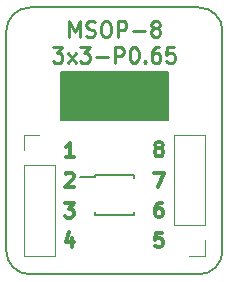
<source format=gbr>
G04 #@! TF.GenerationSoftware,KiCad,Pcbnew,5.0.1-33cea8e~68~ubuntu18.10.1*
G04 #@! TF.CreationDate,2018-12-01T22:16:55+02:00*
G04 #@! TF.ProjectId,BRK-MSOP-8-3x3-P0.65,42524B2D4D534F502D382D3378332D50,v1.0*
G04 #@! TF.SameCoordinates,Original*
G04 #@! TF.FileFunction,Legend,Top*
G04 #@! TF.FilePolarity,Positive*
%FSLAX46Y46*%
G04 Gerber Fmt 4.6, Leading zero omitted, Abs format (unit mm)*
G04 Created by KiCad (PCBNEW 5.0.1-33cea8e~68~ubuntu18.10.1) date la  1. joulukuuta 2018 22.16.55*
%MOMM*%
%LPD*%
G01*
G04 APERTURE LIST*
%ADD10C,0.300000*%
%ADD11C,0.150000*%
%ADD12C,0.250000*%
%ADD13C,0.120000*%
G04 APERTURE END LIST*
D10*
X55595000Y-67492857D02*
X55595000Y-68292857D01*
X55309285Y-67035714D02*
X55023571Y-67892857D01*
X55766428Y-67892857D01*
X63219285Y-67092857D02*
X62647857Y-67092857D01*
X62590714Y-67664285D01*
X62647857Y-67607142D01*
X62762142Y-67550000D01*
X63047857Y-67550000D01*
X63162142Y-67607142D01*
X63219285Y-67664285D01*
X63276428Y-67778571D01*
X63276428Y-68064285D01*
X63219285Y-68178571D01*
X63162142Y-68235714D01*
X63047857Y-68292857D01*
X62762142Y-68292857D01*
X62647857Y-68235714D01*
X62590714Y-68178571D01*
D11*
X52000000Y-70600000D02*
G75*
G02X50000000Y-68600000I0J2000000D01*
G01*
X68300000Y-68600000D02*
G75*
G02X66300000Y-70600000I-2000000J0D01*
G01*
X66300000Y-48000000D02*
G75*
G02X68300000Y-50000000I0J-2000000D01*
G01*
X50000000Y-50000000D02*
G75*
G02X52000000Y-48000000I2000000J0D01*
G01*
D10*
X63162142Y-64542857D02*
X62933571Y-64542857D01*
X62819285Y-64600000D01*
X62762142Y-64657142D01*
X62647857Y-64828571D01*
X62590714Y-65057142D01*
X62590714Y-65514285D01*
X62647857Y-65628571D01*
X62705000Y-65685714D01*
X62819285Y-65742857D01*
X63047857Y-65742857D01*
X63162142Y-65685714D01*
X63219285Y-65628571D01*
X63276428Y-65514285D01*
X63276428Y-65228571D01*
X63219285Y-65114285D01*
X63162142Y-65057142D01*
X63047857Y-65000000D01*
X62819285Y-65000000D01*
X62705000Y-65057142D01*
X62647857Y-65114285D01*
X62590714Y-65228571D01*
X62533571Y-62042857D02*
X63333571Y-62042857D01*
X62819285Y-63242857D01*
X62819285Y-59907142D02*
X62705000Y-59850000D01*
X62647857Y-59792857D01*
X62590714Y-59678571D01*
X62590714Y-59621428D01*
X62647857Y-59507142D01*
X62705000Y-59450000D01*
X62819285Y-59392857D01*
X63047857Y-59392857D01*
X63162142Y-59450000D01*
X63219285Y-59507142D01*
X63276428Y-59621428D01*
X63276428Y-59678571D01*
X63219285Y-59792857D01*
X63162142Y-59850000D01*
X63047857Y-59907142D01*
X62819285Y-59907142D01*
X62705000Y-59964285D01*
X62647857Y-60021428D01*
X62590714Y-60135714D01*
X62590714Y-60364285D01*
X62647857Y-60478571D01*
X62705000Y-60535714D01*
X62819285Y-60592857D01*
X63047857Y-60592857D01*
X63162142Y-60535714D01*
X63219285Y-60478571D01*
X63276428Y-60364285D01*
X63276428Y-60135714D01*
X63219285Y-60021428D01*
X63162142Y-59964285D01*
X63047857Y-59907142D01*
X54966428Y-64592857D02*
X55709285Y-64592857D01*
X55309285Y-65050000D01*
X55480714Y-65050000D01*
X55595000Y-65107142D01*
X55652142Y-65164285D01*
X55709285Y-65278571D01*
X55709285Y-65564285D01*
X55652142Y-65678571D01*
X55595000Y-65735714D01*
X55480714Y-65792857D01*
X55137857Y-65792857D01*
X55023571Y-65735714D01*
X54966428Y-65678571D01*
X55023571Y-62107142D02*
X55080714Y-62050000D01*
X55195000Y-61992857D01*
X55480714Y-61992857D01*
X55595000Y-62050000D01*
X55652142Y-62107142D01*
X55709285Y-62221428D01*
X55709285Y-62335714D01*
X55652142Y-62507142D01*
X54966428Y-63192857D01*
X55709285Y-63192857D01*
X55709285Y-60642857D02*
X55023571Y-60642857D01*
X55366428Y-60642857D02*
X55366428Y-59442857D01*
X55252142Y-59614285D01*
X55137857Y-59728571D01*
X55023571Y-59785714D01*
D11*
X66300000Y-70600000D02*
X52000000Y-70600000D01*
G36*
X54600000Y-53500000D02*
X54600000Y-57500000D01*
X63700000Y-57500000D01*
X63700000Y-53500000D01*
X54600000Y-53500000D01*
G37*
X54600000Y-53500000D02*
X54600000Y-57500000D01*
X63700000Y-57500000D01*
X63700000Y-53500000D01*
X54600000Y-53500000D01*
X68300000Y-50000000D02*
X68300000Y-68600000D01*
D12*
X55342857Y-50488095D02*
X55342857Y-49188095D01*
X55776190Y-50116666D01*
X56209523Y-49188095D01*
X56209523Y-50488095D01*
X56766666Y-50426190D02*
X56952380Y-50488095D01*
X57261904Y-50488095D01*
X57385714Y-50426190D01*
X57447619Y-50364285D01*
X57509523Y-50240476D01*
X57509523Y-50116666D01*
X57447619Y-49992857D01*
X57385714Y-49930952D01*
X57261904Y-49869047D01*
X57014285Y-49807142D01*
X56890476Y-49745238D01*
X56828571Y-49683333D01*
X56766666Y-49559523D01*
X56766666Y-49435714D01*
X56828571Y-49311904D01*
X56890476Y-49250000D01*
X57014285Y-49188095D01*
X57323809Y-49188095D01*
X57509523Y-49250000D01*
X58314285Y-49188095D02*
X58561904Y-49188095D01*
X58685714Y-49250000D01*
X58809523Y-49373809D01*
X58871428Y-49621428D01*
X58871428Y-50054761D01*
X58809523Y-50302380D01*
X58685714Y-50426190D01*
X58561904Y-50488095D01*
X58314285Y-50488095D01*
X58190476Y-50426190D01*
X58066666Y-50302380D01*
X58004761Y-50054761D01*
X58004761Y-49621428D01*
X58066666Y-49373809D01*
X58190476Y-49250000D01*
X58314285Y-49188095D01*
X59428571Y-50488095D02*
X59428571Y-49188095D01*
X59923809Y-49188095D01*
X60047619Y-49250000D01*
X60109523Y-49311904D01*
X60171428Y-49435714D01*
X60171428Y-49621428D01*
X60109523Y-49745238D01*
X60047619Y-49807142D01*
X59923809Y-49869047D01*
X59428571Y-49869047D01*
X60728571Y-49992857D02*
X61719047Y-49992857D01*
X62523809Y-49745238D02*
X62400000Y-49683333D01*
X62338095Y-49621428D01*
X62276190Y-49497619D01*
X62276190Y-49435714D01*
X62338095Y-49311904D01*
X62400000Y-49250000D01*
X62523809Y-49188095D01*
X62771428Y-49188095D01*
X62895238Y-49250000D01*
X62957142Y-49311904D01*
X63019047Y-49435714D01*
X63019047Y-49497619D01*
X62957142Y-49621428D01*
X62895238Y-49683333D01*
X62771428Y-49745238D01*
X62523809Y-49745238D01*
X62400000Y-49807142D01*
X62338095Y-49869047D01*
X62276190Y-49992857D01*
X62276190Y-50240476D01*
X62338095Y-50364285D01*
X62400000Y-50426190D01*
X62523809Y-50488095D01*
X62771428Y-50488095D01*
X62895238Y-50426190D01*
X62957142Y-50364285D01*
X63019047Y-50240476D01*
X63019047Y-49992857D01*
X62957142Y-49869047D01*
X62895238Y-49807142D01*
X62771428Y-49745238D01*
X53950000Y-51388095D02*
X54754761Y-51388095D01*
X54321428Y-51883333D01*
X54507142Y-51883333D01*
X54630952Y-51945238D01*
X54692857Y-52007142D01*
X54754761Y-52130952D01*
X54754761Y-52440476D01*
X54692857Y-52564285D01*
X54630952Y-52626190D01*
X54507142Y-52688095D01*
X54135714Y-52688095D01*
X54011904Y-52626190D01*
X53950000Y-52564285D01*
X55188095Y-52688095D02*
X55869047Y-51821428D01*
X55188095Y-51821428D02*
X55869047Y-52688095D01*
X56240476Y-51388095D02*
X57045238Y-51388095D01*
X56611904Y-51883333D01*
X56797619Y-51883333D01*
X56921428Y-51945238D01*
X56983333Y-52007142D01*
X57045238Y-52130952D01*
X57045238Y-52440476D01*
X56983333Y-52564285D01*
X56921428Y-52626190D01*
X56797619Y-52688095D01*
X56426190Y-52688095D01*
X56302380Y-52626190D01*
X56240476Y-52564285D01*
X57602380Y-52192857D02*
X58592857Y-52192857D01*
X59211904Y-52688095D02*
X59211904Y-51388095D01*
X59707142Y-51388095D01*
X59830952Y-51450000D01*
X59892857Y-51511904D01*
X59954761Y-51635714D01*
X59954761Y-51821428D01*
X59892857Y-51945238D01*
X59830952Y-52007142D01*
X59707142Y-52069047D01*
X59211904Y-52069047D01*
X60759523Y-51388095D02*
X60883333Y-51388095D01*
X61007142Y-51450000D01*
X61069047Y-51511904D01*
X61130952Y-51635714D01*
X61192857Y-51883333D01*
X61192857Y-52192857D01*
X61130952Y-52440476D01*
X61069047Y-52564285D01*
X61007142Y-52626190D01*
X60883333Y-52688095D01*
X60759523Y-52688095D01*
X60635714Y-52626190D01*
X60573809Y-52564285D01*
X60511904Y-52440476D01*
X60450000Y-52192857D01*
X60450000Y-51883333D01*
X60511904Y-51635714D01*
X60573809Y-51511904D01*
X60635714Y-51450000D01*
X60759523Y-51388095D01*
X61750000Y-52564285D02*
X61811904Y-52626190D01*
X61750000Y-52688095D01*
X61688095Y-52626190D01*
X61750000Y-52564285D01*
X61750000Y-52688095D01*
X62926190Y-51388095D02*
X62678571Y-51388095D01*
X62554761Y-51450000D01*
X62492857Y-51511904D01*
X62369047Y-51697619D01*
X62307142Y-51945238D01*
X62307142Y-52440476D01*
X62369047Y-52564285D01*
X62430952Y-52626190D01*
X62554761Y-52688095D01*
X62802380Y-52688095D01*
X62926190Y-52626190D01*
X62988095Y-52564285D01*
X63050000Y-52440476D01*
X63050000Y-52130952D01*
X62988095Y-52007142D01*
X62926190Y-51945238D01*
X62802380Y-51883333D01*
X62554761Y-51883333D01*
X62430952Y-51945238D01*
X62369047Y-52007142D01*
X62307142Y-52130952D01*
X64226190Y-51388095D02*
X63607142Y-51388095D01*
X63545238Y-52007142D01*
X63607142Y-51945238D01*
X63730952Y-51883333D01*
X64040476Y-51883333D01*
X64164285Y-51945238D01*
X64226190Y-52007142D01*
X64288095Y-52130952D01*
X64288095Y-52440476D01*
X64226190Y-52564285D01*
X64164285Y-52626190D01*
X64040476Y-52688095D01*
X63730952Y-52688095D01*
X63607142Y-52626190D01*
X63545238Y-52564285D01*
D11*
X52000000Y-48000000D02*
X66300000Y-48000000D01*
X50000000Y-68600000D02*
X50000000Y-50000000D01*
G04 #@! TO.C,U1*
X57475000Y-62195000D02*
X57475000Y-62370000D01*
X60825000Y-62195000D02*
X60825000Y-62445000D01*
X60825000Y-65545000D02*
X60825000Y-65295000D01*
X57475000Y-65545000D02*
X57475000Y-65295000D01*
X57475000Y-62195000D02*
X60825000Y-62195000D01*
X57475000Y-65545000D02*
X60825000Y-65545000D01*
X57475000Y-62370000D02*
X56225000Y-62370000D01*
D13*
G04 #@! TO.C,J2*
X66830000Y-69050000D02*
X65500000Y-69050000D01*
X66830000Y-67720000D02*
X66830000Y-69050000D01*
X66830000Y-66450000D02*
X64170000Y-66450000D01*
X64170000Y-66450000D02*
X64170000Y-58770000D01*
X66830000Y-66450000D02*
X66830000Y-58770000D01*
X66830000Y-58770000D02*
X64170000Y-58770000D01*
G04 #@! TO.C,J1*
X51470000Y-69050000D02*
X54130000Y-69050000D01*
X51470000Y-61370000D02*
X51470000Y-69050000D01*
X54130000Y-61370000D02*
X54130000Y-69050000D01*
X51470000Y-61370000D02*
X54130000Y-61370000D01*
X51470000Y-60100000D02*
X51470000Y-58770000D01*
X51470000Y-58770000D02*
X52800000Y-58770000D01*
G04 #@! TD*
M02*

</source>
